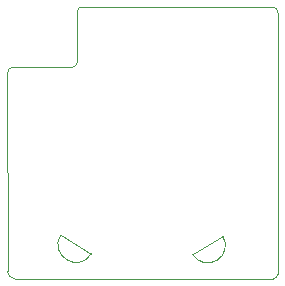
<source format=gbr>
%TF.GenerationSoftware,KiCad,Pcbnew,6.0.8-f2edbf62ab~116~ubuntu20.04.1*%
%TF.CreationDate,2022-10-17T17:20:23+03:00*%
%TF.ProjectId,nicla_sense,6e69636c-615f-4736-956e-73652e6b6963,rev?*%
%TF.SameCoordinates,Original*%
%TF.FileFunction,Profile,NP*%
%FSLAX46Y46*%
G04 Gerber Fmt 4.6, Leading zero omitted, Abs format (unit mm)*
G04 Created by KiCad (PCBNEW 6.0.8-f2edbf62ab~116~ubuntu20.04.1) date 2022-10-17 17:20:23*
%MOMM*%
%LPD*%
G01*
G04 APERTURE LIST*
%TA.AperFunction,Profile*%
%ADD10C,0.100000*%
%TD*%
G04 APERTURE END LIST*
D10*
X150277273Y-110345807D02*
X152827100Y-108808200D01*
X135080000Y-94500000D02*
G75*
G03*
X134590000Y-94990000I29300J-519300D01*
G01*
X139105021Y-108700013D02*
G75*
G03*
X141695000Y-110300000I1295179J-799687D01*
G01*
X157500000Y-112000000D02*
X157500000Y-89900000D01*
X157000000Y-89400000D02*
X140900000Y-89400000D01*
X134590000Y-94990000D02*
X134600000Y-111800000D01*
X135080000Y-94500000D02*
X140100000Y-94500000D01*
X139105000Y-108700000D02*
X141695000Y-110300000D01*
X140500000Y-94100000D02*
X140500000Y-89800000D01*
X157100000Y-112400000D02*
G75*
G03*
X157500000Y-112000000I0J400000D01*
G01*
X135200000Y-112400000D02*
X157100000Y-112400000D01*
X134600000Y-111800000D02*
G75*
G03*
X135200000Y-112400000I600000J0D01*
G01*
X157500000Y-89900000D02*
G75*
G03*
X157000000Y-89400000I-500000J0D01*
G01*
X140900000Y-89400000D02*
G75*
G03*
X140500000Y-89800000I0J-400000D01*
G01*
X140100000Y-94500000D02*
G75*
G03*
X140500000Y-94100000I0J400000D01*
G01*
X150277238Y-110345828D02*
G75*
G03*
X152827100Y-108808200I1282762J755828D01*
G01*
M02*

</source>
